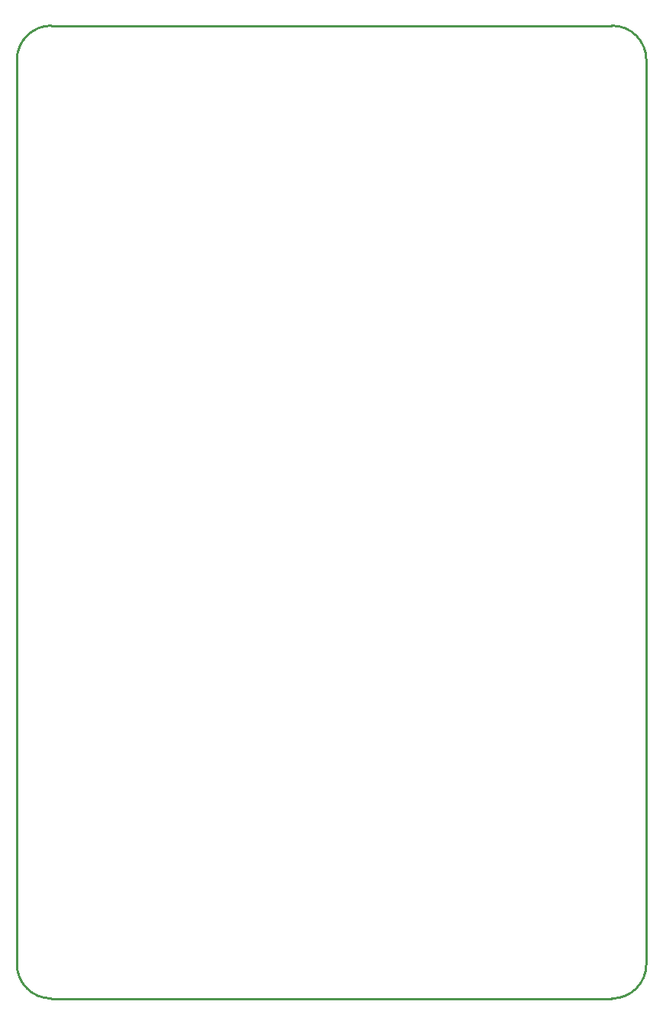
<source format=gko>
G04*
G04 #@! TF.GenerationSoftware,Altium Limited,Altium Designer,25.8.1 (18)*
G04*
G04 Layer_Color=16711935*
%FSLAX44Y44*%
%MOMM*%
G71*
G04*
G04 #@! TF.SameCoordinates,F06DF03C-5C5C-4556-82C7-8571A15AA075*
G04*
G04*
G04 #@! TF.FilePolarity,Positive*
G04*
G01*
G75*
%ADD61C,0.2500*%
D61*
X-311150Y539750D02*
G03*
X-349250Y501650I0J-38100D01*
G01*
X349250D02*
G03*
X311150Y539750I-38100J0D01*
G01*
Y-539750D02*
G03*
X349250Y-501650I0J38100D01*
G01*
X-349250D02*
G03*
X-311150Y-539750I38100J0D01*
G01*
X-349250Y-501650D02*
Y501650D01*
X-311150Y539750D02*
X311150D01*
X349250Y-501650D02*
Y501650D01*
X-311150Y-539750D02*
X311150D01*
M02*

</source>
